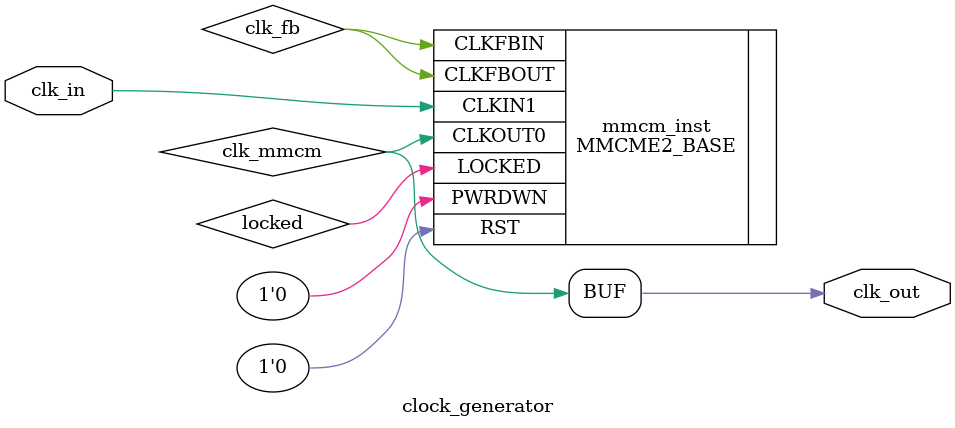
<source format=v>
`timescale 1ns / 1ps

module clock_generator (
    input wire clk_in,     // 125 MHz differenciális órajel már IBUFDS-en keresztül jön
    output wire clk_out    // 400 MHz kimenet
);

    wire clk_fb;
    wire clk_mmcm;
    wire locked;

    MMCME2_BASE #(
        .BANDWIDTH("OPTIMIZED"),
        .CLKIN1_PERIOD(8.0),        // 125 MHz -> 8 ns
        .DIVCLK_DIVIDE(1),          // Előosztó: 125 / 1 = 125 MHz
        .CLKFBOUT_MULT_F(8.0),      // 125 * 8 = 1000 MHz belső VCO
        .CLKOUT0_DIVIDE_F(2.5),     // 1000 / 2.5 = 400 MHz kimenet
        .CLKOUT0_PHASE(0.0),
        .CLKOUT0_DUTY_CYCLE(0.5),
        .CLKFBOUT_PHASE(0.0),
        .STARTUP_WAIT("FALSE")
    ) mmcm_inst (
        .CLKIN1(clk_in),
        .CLKOUT0(clk_mmcm),
        .CLKFBIN(clk_fb),
        .CLKFBOUT(clk_fb),
        .LOCKED(locked),
        .PWRDWN(1'b0),
        .RST(1'b0)
    );

    assign clk_out = clk_mmcm;

endmodule

</source>
